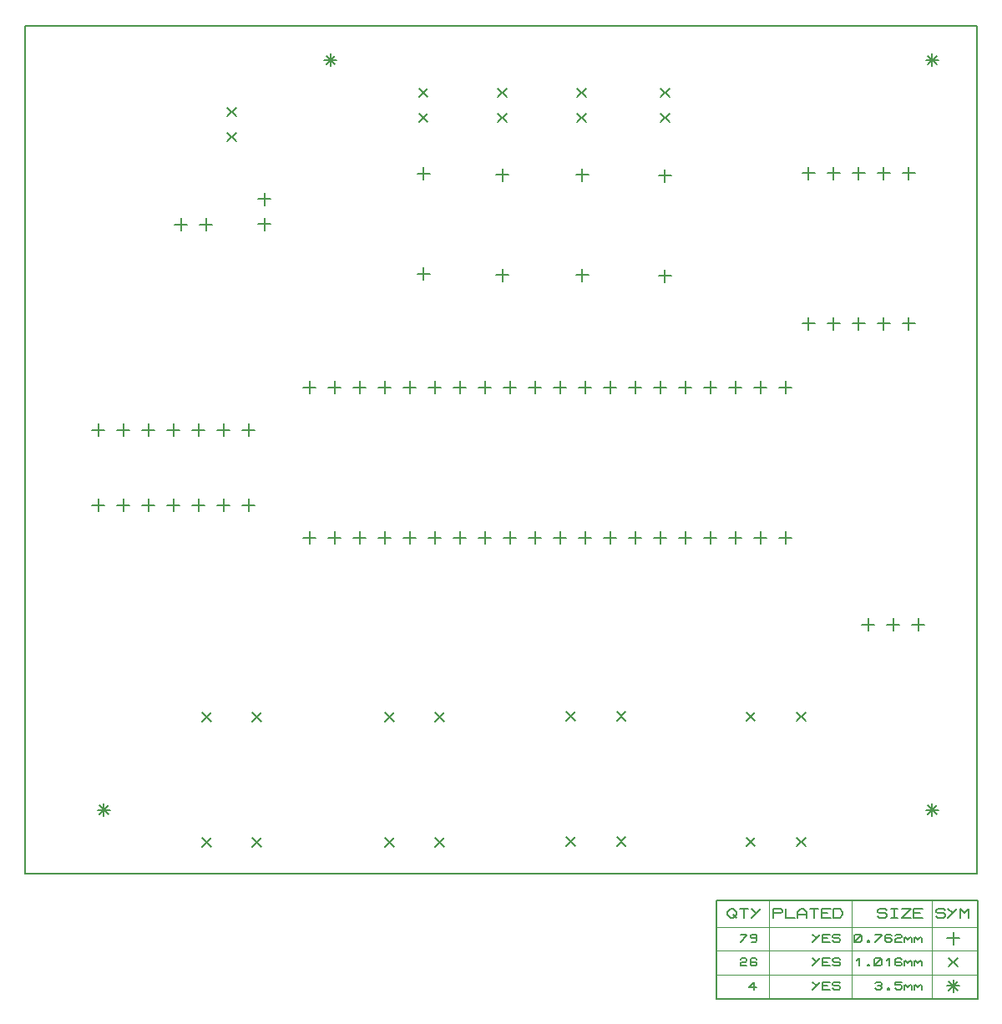
<source format=gbr>
G04 PROTEUS RS274X GERBER FILE*
%FSLAX45Y45*%
%MOMM*%
G01*
%ADD17C,0.203200*%
%ADD43C,0.127000*%
%ADD44C,0.063500*%
D17*
X-1989000Y+3520500D02*
X-1989000Y+3393500D01*
X-1925500Y+3457000D02*
X-2052500Y+3457000D01*
X-2243000Y+3520500D02*
X-2243000Y+3393500D01*
X-2179500Y+3457000D02*
X-2306500Y+3457000D01*
X-2497000Y+3520500D02*
X-2497000Y+3393500D01*
X-2433500Y+3457000D02*
X-2560500Y+3457000D01*
X-2751000Y+3520500D02*
X-2751000Y+3393500D01*
X-2687500Y+3457000D02*
X-2814500Y+3457000D01*
X-3005000Y+3520500D02*
X-3005000Y+3393500D01*
X-2941500Y+3457000D02*
X-3068500Y+3457000D01*
X-3259000Y+3520500D02*
X-3259000Y+3393500D01*
X-3195500Y+3457000D02*
X-3322500Y+3457000D01*
X-3513000Y+3520500D02*
X-3513000Y+3393500D01*
X-3449500Y+3457000D02*
X-3576500Y+3457000D01*
X-3767000Y+3520500D02*
X-3767000Y+3393500D01*
X-3703500Y+3457000D02*
X-3830500Y+3457000D01*
X-4021000Y+3520500D02*
X-4021000Y+3393500D01*
X-3957500Y+3457000D02*
X-4084500Y+3457000D01*
X-4275000Y+3520500D02*
X-4275000Y+3393500D01*
X-4211500Y+3457000D02*
X-4338500Y+3457000D01*
X-4529000Y+3520500D02*
X-4529000Y+3393500D01*
X-4465500Y+3457000D02*
X-4592500Y+3457000D01*
X-4783000Y+3520500D02*
X-4783000Y+3393500D01*
X-4719500Y+3457000D02*
X-4846500Y+3457000D01*
X-5037000Y+3520500D02*
X-5037000Y+3393500D01*
X-4973500Y+3457000D02*
X-5100500Y+3457000D01*
X-5291000Y+3520500D02*
X-5291000Y+3393500D01*
X-5227500Y+3457000D02*
X-5354500Y+3457000D01*
X-5545000Y+3520500D02*
X-5545000Y+3393500D01*
X-5481500Y+3457000D02*
X-5608500Y+3457000D01*
X-5799000Y+3520500D02*
X-5799000Y+3393500D01*
X-5735500Y+3457000D02*
X-5862500Y+3457000D01*
X-6053000Y+3520500D02*
X-6053000Y+3393500D01*
X-5989500Y+3457000D02*
X-6116500Y+3457000D01*
X-6307000Y+3520500D02*
X-6307000Y+3393500D01*
X-6243500Y+3457000D02*
X-6370500Y+3457000D01*
X-6561000Y+3520500D02*
X-6561000Y+3393500D01*
X-6497500Y+3457000D02*
X-6624500Y+3457000D01*
X-6815000Y+3520500D02*
X-6815000Y+3393500D01*
X-6751500Y+3457000D02*
X-6878500Y+3457000D01*
X-6815000Y+5044500D02*
X-6815000Y+4917500D01*
X-6751500Y+4981000D02*
X-6878500Y+4981000D01*
X-6561000Y+5044500D02*
X-6561000Y+4917500D01*
X-6497500Y+4981000D02*
X-6624500Y+4981000D01*
X-6307000Y+5044500D02*
X-6307000Y+4917500D01*
X-6243500Y+4981000D02*
X-6370500Y+4981000D01*
X-6053000Y+5044500D02*
X-6053000Y+4917500D01*
X-5989500Y+4981000D02*
X-6116500Y+4981000D01*
X-5799000Y+5044500D02*
X-5799000Y+4917500D01*
X-5735500Y+4981000D02*
X-5862500Y+4981000D01*
X-5545000Y+5044500D02*
X-5545000Y+4917500D01*
X-5481500Y+4981000D02*
X-5608500Y+4981000D01*
X-5291000Y+5044500D02*
X-5291000Y+4917500D01*
X-5227500Y+4981000D02*
X-5354500Y+4981000D01*
X-5037000Y+5044500D02*
X-5037000Y+4917500D01*
X-4973500Y+4981000D02*
X-5100500Y+4981000D01*
X-4783000Y+5044500D02*
X-4783000Y+4917500D01*
X-4719500Y+4981000D02*
X-4846500Y+4981000D01*
X-4529000Y+5044500D02*
X-4529000Y+4917500D01*
X-4465500Y+4981000D02*
X-4592500Y+4981000D01*
X-4275000Y+5044500D02*
X-4275000Y+4917500D01*
X-4211500Y+4981000D02*
X-4338500Y+4981000D01*
X-4021000Y+5044500D02*
X-4021000Y+4917500D01*
X-3957500Y+4981000D02*
X-4084500Y+4981000D01*
X-3767000Y+5044500D02*
X-3767000Y+4917500D01*
X-3703500Y+4981000D02*
X-3830500Y+4981000D01*
X-3513000Y+5044500D02*
X-3513000Y+4917500D01*
X-3449500Y+4981000D02*
X-3576500Y+4981000D01*
X-3259000Y+5044500D02*
X-3259000Y+4917500D01*
X-3195500Y+4981000D02*
X-3322500Y+4981000D01*
X-3005000Y+5044500D02*
X-3005000Y+4917500D01*
X-2941500Y+4981000D02*
X-3068500Y+4981000D01*
X-2751000Y+5044500D02*
X-2751000Y+4917500D01*
X-2687500Y+4981000D02*
X-2814500Y+4981000D01*
X-2497000Y+5044500D02*
X-2497000Y+4917500D01*
X-2433500Y+4981000D02*
X-2560500Y+4981000D01*
X-2243000Y+5044500D02*
X-2243000Y+4917500D01*
X-2179500Y+4981000D02*
X-2306500Y+4981000D01*
X-1989000Y+5044500D02*
X-1989000Y+4917500D01*
X-1925500Y+4981000D02*
X-2052500Y+4981000D01*
X-1500000Y+7216500D02*
X-1500000Y+7089500D01*
X-1436500Y+7153000D02*
X-1563500Y+7153000D01*
X-1754000Y+7216500D02*
X-1754000Y+7089500D01*
X-1690500Y+7153000D02*
X-1817500Y+7153000D01*
X-1500000Y+5692500D02*
X-1500000Y+5565500D01*
X-1436500Y+5629000D02*
X-1563500Y+5629000D01*
X-1246000Y+7216500D02*
X-1246000Y+7089500D01*
X-1182500Y+7153000D02*
X-1309500Y+7153000D01*
X-1246000Y+5692500D02*
X-1246000Y+5565500D01*
X-1182500Y+5629000D02*
X-1309500Y+5629000D01*
X-992000Y+5692500D02*
X-992000Y+5565500D01*
X-928500Y+5629000D02*
X-1055500Y+5629000D01*
X-1754000Y+5692500D02*
X-1754000Y+5565500D01*
X-1690500Y+5629000D02*
X-1817500Y+5629000D01*
X-738000Y+5692500D02*
X-738000Y+5565500D01*
X-674500Y+5629000D02*
X-801500Y+5629000D01*
X-738000Y+7216500D02*
X-738000Y+7089500D01*
X-674500Y+7153000D02*
X-801500Y+7153000D01*
X-992000Y+7216500D02*
X-992000Y+7089500D01*
X-928500Y+7153000D02*
X-1055500Y+7153000D01*
X-7431000Y+3854500D02*
X-7431000Y+3727500D01*
X-7367500Y+3791000D02*
X-7494500Y+3791000D01*
X-7685000Y+3854500D02*
X-7685000Y+3727500D01*
X-7621500Y+3791000D02*
X-7748500Y+3791000D01*
X-7939000Y+3854500D02*
X-7939000Y+3727500D01*
X-7875500Y+3791000D02*
X-8002500Y+3791000D01*
X-8193000Y+3854500D02*
X-8193000Y+3727500D01*
X-8129500Y+3791000D02*
X-8256500Y+3791000D01*
X-8447000Y+3854500D02*
X-8447000Y+3727500D01*
X-8383500Y+3791000D02*
X-8510500Y+3791000D01*
X-8701000Y+3854500D02*
X-8701000Y+3727500D01*
X-8637500Y+3791000D02*
X-8764500Y+3791000D01*
X-8955000Y+3854500D02*
X-8955000Y+3727500D01*
X-8891500Y+3791000D02*
X-9018500Y+3791000D01*
X-8955000Y+4616500D02*
X-8955000Y+4489500D01*
X-8891500Y+4553000D02*
X-9018500Y+4553000D01*
X-8701000Y+4616500D02*
X-8701000Y+4489500D01*
X-8637500Y+4553000D02*
X-8764500Y+4553000D01*
X-8447000Y+4616500D02*
X-8447000Y+4489500D01*
X-8383500Y+4553000D02*
X-8510500Y+4553000D01*
X-8193000Y+4616500D02*
X-8193000Y+4489500D01*
X-8129500Y+4553000D02*
X-8256500Y+4553000D01*
X-7939000Y+4616500D02*
X-7939000Y+4489500D01*
X-7875500Y+4553000D02*
X-8002500Y+4553000D01*
X-7685000Y+4616500D02*
X-7685000Y+4489500D01*
X-7621500Y+4553000D02*
X-7748500Y+4553000D01*
X-7431000Y+4616500D02*
X-7431000Y+4489500D01*
X-7367500Y+4553000D02*
X-7494500Y+4553000D01*
X-7559099Y+7820901D02*
X-7648901Y+7731099D01*
X-7559099Y+7731099D02*
X-7648901Y+7820901D01*
X-7559099Y+7566901D02*
X-7648901Y+7477099D01*
X-7559099Y+7477099D02*
X-7648901Y+7566901D01*
X-1785099Y+1689901D02*
X-1874901Y+1600099D01*
X-1785099Y+1600099D02*
X-1874901Y+1689901D01*
X-2295099Y+1689901D02*
X-2384901Y+1600099D01*
X-2295099Y+1600099D02*
X-2384901Y+1689901D01*
X-1785099Y+419901D02*
X-1874901Y+330099D01*
X-1785099Y+330099D02*
X-1874901Y+419901D01*
X-2295099Y+419901D02*
X-2384901Y+330099D01*
X-2295099Y+330099D02*
X-2384901Y+419901D01*
X-3608099Y+1691901D02*
X-3697901Y+1602099D01*
X-3608099Y+1602099D02*
X-3697901Y+1691901D01*
X-4118099Y+1691901D02*
X-4207901Y+1602099D01*
X-4118099Y+1602099D02*
X-4207901Y+1691901D01*
X-3608099Y+421901D02*
X-3697901Y+332099D01*
X-3608099Y+332099D02*
X-3697901Y+421901D01*
X-4118099Y+421901D02*
X-4207901Y+332099D01*
X-4118099Y+332099D02*
X-4207901Y+421901D01*
X-5447099Y+1685901D02*
X-5536901Y+1596099D01*
X-5447099Y+1596099D02*
X-5536901Y+1685901D01*
X-5957099Y+1685901D02*
X-6046901Y+1596099D01*
X-5957099Y+1596099D02*
X-6046901Y+1685901D01*
X-5447099Y+415901D02*
X-5536901Y+326099D01*
X-5447099Y+326099D02*
X-5536901Y+415901D01*
X-5957099Y+415901D02*
X-6046901Y+326099D01*
X-5957099Y+326099D02*
X-6046901Y+415901D01*
X-7303099Y+1684901D02*
X-7392901Y+1595099D01*
X-7303099Y+1595099D02*
X-7392901Y+1684901D01*
X-7813099Y+1684901D02*
X-7902901Y+1595099D01*
X-7813099Y+1595099D02*
X-7902901Y+1684901D01*
X-7303099Y+414901D02*
X-7392901Y+325099D01*
X-7303099Y+325099D02*
X-7392901Y+414901D01*
X-7813099Y+414901D02*
X-7902901Y+325099D01*
X-7813099Y+325099D02*
X-7902901Y+414901D01*
X-1151000Y+2641500D02*
X-1151000Y+2514500D01*
X-1087500Y+2578000D02*
X-1214500Y+2578000D01*
X-897000Y+2641500D02*
X-897000Y+2514500D01*
X-833500Y+2578000D02*
X-960500Y+2578000D01*
X-643000Y+2641500D02*
X-643000Y+2514500D01*
X-579500Y+2578000D02*
X-706500Y+2578000D01*
X-4010099Y+7760901D02*
X-4099901Y+7671099D01*
X-4010099Y+7671099D02*
X-4099901Y+7760901D01*
X-4010099Y+8014901D02*
X-4099901Y+7925099D01*
X-4010099Y+7925099D02*
X-4099901Y+8014901D01*
X-4049000Y+7202500D02*
X-4049000Y+7075500D01*
X-3985500Y+7139000D02*
X-4112500Y+7139000D01*
X-4049000Y+6186500D02*
X-4049000Y+6059500D01*
X-3985500Y+6123000D02*
X-4112500Y+6123000D01*
X-4812099Y+7760901D02*
X-4901901Y+7671099D01*
X-4812099Y+7671099D02*
X-4901901Y+7760901D01*
X-4812099Y+8014901D02*
X-4901901Y+7925099D01*
X-4812099Y+7925099D02*
X-4901901Y+8014901D01*
X-4858000Y+7202500D02*
X-4858000Y+7075500D01*
X-4794500Y+7139000D02*
X-4921500Y+7139000D01*
X-4858000Y+6186500D02*
X-4858000Y+6059500D01*
X-4794500Y+6123000D02*
X-4921500Y+6123000D01*
X-3163099Y+7760901D02*
X-3252901Y+7671099D01*
X-3163099Y+7671099D02*
X-3252901Y+7760901D01*
X-3163099Y+8014901D02*
X-3252901Y+7925099D01*
X-3163099Y+7925099D02*
X-3252901Y+8014901D01*
X-3209000Y+7192500D02*
X-3209000Y+7065500D01*
X-3145500Y+7129000D02*
X-3272500Y+7129000D01*
X-3209000Y+6176500D02*
X-3209000Y+6049500D01*
X-3145500Y+6113000D02*
X-3272500Y+6113000D01*
X-5613099Y+7759901D02*
X-5702901Y+7670099D01*
X-5613099Y+7670099D02*
X-5702901Y+7759901D01*
X-5613099Y+8013901D02*
X-5702901Y+7924099D01*
X-5613099Y+7924099D02*
X-5702901Y+8013901D01*
X-5657000Y+7212500D02*
X-5657000Y+7085500D01*
X-5593500Y+7149000D02*
X-5720500Y+7149000D01*
X-5657000Y+6196500D02*
X-5657000Y+6069500D01*
X-5593500Y+6133000D02*
X-5720500Y+6133000D01*
X-500000Y+8363500D02*
X-500000Y+8236500D01*
X-436500Y+8300000D02*
X-563500Y+8300000D01*
X-455099Y+8344901D02*
X-544901Y+8255099D01*
X-455099Y+8255099D02*
X-544901Y+8344901D01*
X-6600000Y+8363500D02*
X-6600000Y+8236500D01*
X-6536500Y+8300000D02*
X-6663500Y+8300000D01*
X-6555099Y+8344901D02*
X-6644901Y+8255099D01*
X-6555099Y+8255099D02*
X-6644901Y+8344901D01*
X-8116000Y+6698500D02*
X-8116000Y+6571500D01*
X-8052500Y+6635000D02*
X-8179500Y+6635000D01*
X-7862000Y+6698500D02*
X-7862000Y+6571500D01*
X-7798500Y+6635000D02*
X-7925500Y+6635000D01*
X-7272000Y+6954500D02*
X-7272000Y+6827500D01*
X-7208500Y+6891000D02*
X-7335500Y+6891000D01*
X-7272000Y+6700500D02*
X-7272000Y+6573500D01*
X-7208500Y+6637000D02*
X-7335500Y+6637000D01*
X-500000Y+763500D02*
X-500000Y+636500D01*
X-436500Y+700000D02*
X-563500Y+700000D01*
X-455099Y+744901D02*
X-544901Y+655099D01*
X-455099Y+655099D02*
X-544901Y+744901D01*
X-8900000Y+763500D02*
X-8900000Y+636500D01*
X-8836500Y+700000D02*
X-8963500Y+700000D01*
X-8855099Y+744901D02*
X-8944901Y+655099D01*
X-8855099Y+655099D02*
X-8944901Y+744901D01*
X-9700000Y+50000D02*
X-50000Y+50000D01*
X-50000Y+8650000D01*
X-9700000Y+8650000D01*
X-9700000Y+50000D01*
D43*
X-2683980Y-1217460D02*
X-39840Y-1217460D01*
X-39840Y-214160D01*
X-2683980Y-214160D01*
X-2683980Y-1217460D01*
D44*
X-507202Y-214160D02*
X-507202Y-1217460D01*
X-1320002Y-214160D02*
X-1320002Y-1217460D01*
X-2153122Y-214160D02*
X-2153122Y-1217460D01*
X-39840Y-487210D02*
X-2683980Y-487210D01*
X-39840Y-728510D02*
X-2683980Y-728510D01*
X-39840Y-969810D02*
X-2683980Y-969810D01*
D43*
X-462750Y-377990D02*
X-447510Y-393230D01*
X-386550Y-393230D01*
X-371310Y-377990D01*
X-371310Y-362750D01*
X-386550Y-347510D01*
X-447510Y-347510D01*
X-462750Y-332270D01*
X-462750Y-317030D01*
X-447510Y-301790D01*
X-386550Y-301790D01*
X-371310Y-317030D01*
X-249390Y-301790D02*
X-340830Y-393230D01*
X-340830Y-301790D02*
X-295110Y-347510D01*
X-218910Y-393230D02*
X-218910Y-301790D01*
X-173190Y-347510D01*
X-127470Y-301790D01*
X-127470Y-393230D01*
X-1052030Y-377990D02*
X-1036790Y-393230D01*
X-975830Y-393230D01*
X-960590Y-377990D01*
X-960590Y-362750D01*
X-975830Y-347510D01*
X-1036790Y-347510D01*
X-1052030Y-332270D01*
X-1052030Y-317030D01*
X-1036790Y-301790D01*
X-975830Y-301790D01*
X-960590Y-317030D01*
X-914870Y-301790D02*
X-853910Y-301790D01*
X-884390Y-301790D02*
X-884390Y-393230D01*
X-914870Y-393230D02*
X-853910Y-393230D01*
X-808190Y-301790D02*
X-716750Y-301790D01*
X-808190Y-393230D01*
X-716750Y-393230D01*
X-594830Y-393230D02*
X-686270Y-393230D01*
X-686270Y-301790D01*
X-594830Y-301790D01*
X-686270Y-347510D02*
X-625310Y-347510D01*
X-2108670Y-393230D02*
X-2108670Y-301790D01*
X-2032470Y-301790D01*
X-2017230Y-317030D01*
X-2017230Y-332270D01*
X-2032470Y-347510D01*
X-2108670Y-347510D01*
X-1986750Y-301790D02*
X-1986750Y-393230D01*
X-1895310Y-393230D01*
X-1864830Y-393230D02*
X-1864830Y-332270D01*
X-1834350Y-301790D01*
X-1803870Y-301790D01*
X-1773390Y-332270D01*
X-1773390Y-393230D01*
X-1864830Y-362750D02*
X-1773390Y-362750D01*
X-1742910Y-301790D02*
X-1651470Y-301790D01*
X-1697190Y-301790D02*
X-1697190Y-393230D01*
X-1529550Y-393230D02*
X-1620990Y-393230D01*
X-1620990Y-301790D01*
X-1529550Y-301790D01*
X-1620990Y-347510D02*
X-1560030Y-347510D01*
X-1499070Y-393230D02*
X-1499070Y-301790D01*
X-1438110Y-301790D01*
X-1407630Y-332270D01*
X-1407630Y-362750D01*
X-1438110Y-393230D01*
X-1499070Y-393230D01*
X-2576030Y-332270D02*
X-2545550Y-301790D01*
X-2515070Y-301790D01*
X-2484590Y-332270D01*
X-2484590Y-362750D01*
X-2515070Y-393230D01*
X-2545550Y-393230D01*
X-2576030Y-362750D01*
X-2576030Y-332270D01*
X-2515070Y-362750D02*
X-2484590Y-393230D01*
X-2454110Y-301790D02*
X-2362670Y-301790D01*
X-2408390Y-301790D02*
X-2408390Y-393230D01*
X-2240750Y-301790D02*
X-2332190Y-393230D01*
X-2332190Y-301790D02*
X-2286470Y-347510D01*
D17*
X-286220Y-538010D02*
X-286220Y-665010D01*
X-222720Y-601510D02*
X-349720Y-601510D01*
D43*
X-1294600Y-626910D02*
X-1294600Y-576110D01*
X-1281900Y-563410D01*
X-1231100Y-563410D01*
X-1218400Y-576110D01*
X-1218400Y-626910D01*
X-1231100Y-639610D01*
X-1281900Y-639610D01*
X-1294600Y-626910D01*
X-1294600Y-639610D02*
X-1218400Y-563410D01*
X-1154900Y-626910D02*
X-1142200Y-626910D01*
X-1142200Y-639610D01*
X-1154900Y-639610D01*
X-1154900Y-626910D01*
X-1078700Y-563410D02*
X-1015200Y-563410D01*
X-1015200Y-576110D01*
X-1078700Y-639610D01*
X-913600Y-576110D02*
X-926300Y-563410D01*
X-964400Y-563410D01*
X-977100Y-576110D01*
X-977100Y-626910D01*
X-964400Y-639610D01*
X-926300Y-639610D01*
X-913600Y-626910D01*
X-913600Y-614210D01*
X-926300Y-601510D01*
X-977100Y-601510D01*
X-875500Y-576110D02*
X-862800Y-563410D01*
X-824700Y-563410D01*
X-812000Y-576110D01*
X-812000Y-588810D01*
X-824700Y-601510D01*
X-862800Y-601510D01*
X-875500Y-614210D01*
X-875500Y-639610D01*
X-812000Y-639610D01*
X-786600Y-639610D02*
X-786600Y-588810D01*
X-786600Y-601510D02*
X-773900Y-588810D01*
X-748500Y-614210D01*
X-723100Y-588810D01*
X-710400Y-601510D01*
X-710400Y-639610D01*
X-685000Y-639610D02*
X-685000Y-588810D01*
X-685000Y-601510D02*
X-672300Y-588810D01*
X-646900Y-614210D01*
X-621500Y-588810D01*
X-608800Y-601510D01*
X-608800Y-639610D01*
X-1637500Y-563410D02*
X-1713700Y-639610D01*
X-1713700Y-563410D02*
X-1675600Y-601510D01*
X-1535900Y-639610D02*
X-1612100Y-639610D01*
X-1612100Y-563410D01*
X-1535900Y-563410D01*
X-1612100Y-601510D02*
X-1561300Y-601510D01*
X-1510500Y-626910D02*
X-1497800Y-639610D01*
X-1447000Y-639610D01*
X-1434300Y-626910D01*
X-1434300Y-614210D01*
X-1447000Y-601510D01*
X-1497800Y-601510D01*
X-1510500Y-588810D01*
X-1510500Y-576110D01*
X-1497800Y-563410D01*
X-1447000Y-563410D01*
X-1434300Y-576110D01*
X-2445220Y-563410D02*
X-2381720Y-563410D01*
X-2381720Y-576110D01*
X-2445220Y-639610D01*
X-2280120Y-588810D02*
X-2292820Y-601510D01*
X-2330920Y-601510D01*
X-2343620Y-588810D01*
X-2343620Y-576110D01*
X-2330920Y-563410D01*
X-2292820Y-563410D01*
X-2280120Y-576110D01*
X-2280120Y-626910D01*
X-2292820Y-639610D01*
X-2330920Y-639610D01*
D17*
X-241319Y-797909D02*
X-331121Y-887711D01*
X-241319Y-887711D02*
X-331121Y-797909D01*
D43*
X-1269200Y-830110D02*
X-1243800Y-804710D01*
X-1243800Y-880910D01*
X-1154900Y-868210D02*
X-1142200Y-868210D01*
X-1142200Y-880910D01*
X-1154900Y-880910D01*
X-1154900Y-868210D01*
X-1091400Y-868210D02*
X-1091400Y-817410D01*
X-1078700Y-804710D01*
X-1027900Y-804710D01*
X-1015200Y-817410D01*
X-1015200Y-868210D01*
X-1027900Y-880910D01*
X-1078700Y-880910D01*
X-1091400Y-868210D01*
X-1091400Y-880910D02*
X-1015200Y-804710D01*
X-964400Y-830110D02*
X-939000Y-804710D01*
X-939000Y-880910D01*
X-812000Y-817410D02*
X-824700Y-804710D01*
X-862800Y-804710D01*
X-875500Y-817410D01*
X-875500Y-868210D01*
X-862800Y-880910D01*
X-824700Y-880910D01*
X-812000Y-868210D01*
X-812000Y-855510D01*
X-824700Y-842810D01*
X-875500Y-842810D01*
X-786600Y-880910D02*
X-786600Y-830110D01*
X-786600Y-842810D02*
X-773900Y-830110D01*
X-748500Y-855510D01*
X-723100Y-830110D01*
X-710400Y-842810D01*
X-710400Y-880910D01*
X-685000Y-880910D02*
X-685000Y-830110D01*
X-685000Y-842810D02*
X-672300Y-830110D01*
X-646900Y-855510D01*
X-621500Y-830110D01*
X-608800Y-842810D01*
X-608800Y-880910D01*
X-1637500Y-804710D02*
X-1713700Y-880910D01*
X-1713700Y-804710D02*
X-1675600Y-842810D01*
X-1535900Y-880910D02*
X-1612100Y-880910D01*
X-1612100Y-804710D01*
X-1535900Y-804710D01*
X-1612100Y-842810D02*
X-1561300Y-842810D01*
X-1510500Y-868210D02*
X-1497800Y-880910D01*
X-1447000Y-880910D01*
X-1434300Y-868210D01*
X-1434300Y-855510D01*
X-1447000Y-842810D01*
X-1497800Y-842810D01*
X-1510500Y-830110D01*
X-1510500Y-817410D01*
X-1497800Y-804710D01*
X-1447000Y-804710D01*
X-1434300Y-817410D01*
X-2445220Y-817410D02*
X-2432520Y-804710D01*
X-2394420Y-804710D01*
X-2381720Y-817410D01*
X-2381720Y-830110D01*
X-2394420Y-842810D01*
X-2432520Y-842810D01*
X-2445220Y-855510D01*
X-2445220Y-880910D01*
X-2381720Y-880910D01*
X-2280120Y-817410D02*
X-2292820Y-804710D01*
X-2330920Y-804710D01*
X-2343620Y-817410D01*
X-2343620Y-868210D01*
X-2330920Y-880910D01*
X-2292820Y-880910D01*
X-2280120Y-868210D01*
X-2280120Y-855510D01*
X-2292820Y-842810D01*
X-2343620Y-842810D01*
D17*
X-286220Y-1020610D02*
X-286220Y-1147610D01*
X-222720Y-1084110D02*
X-349720Y-1084110D01*
X-241319Y-1039209D02*
X-331121Y-1129011D01*
X-241319Y-1129011D02*
X-331121Y-1039209D01*
D43*
X-1078700Y-1058710D02*
X-1066000Y-1046010D01*
X-1027900Y-1046010D01*
X-1015200Y-1058710D01*
X-1015200Y-1071410D01*
X-1027900Y-1084110D01*
X-1015200Y-1096810D01*
X-1015200Y-1109510D01*
X-1027900Y-1122210D01*
X-1066000Y-1122210D01*
X-1078700Y-1109510D01*
X-1053300Y-1084110D02*
X-1027900Y-1084110D01*
X-951700Y-1109510D02*
X-939000Y-1109510D01*
X-939000Y-1122210D01*
X-951700Y-1122210D01*
X-951700Y-1109510D01*
X-812000Y-1046010D02*
X-875500Y-1046010D01*
X-875500Y-1071410D01*
X-824700Y-1071410D01*
X-812000Y-1084110D01*
X-812000Y-1109510D01*
X-824700Y-1122210D01*
X-862800Y-1122210D01*
X-875500Y-1109510D01*
X-786600Y-1122210D02*
X-786600Y-1071410D01*
X-786600Y-1084110D02*
X-773900Y-1071410D01*
X-748500Y-1096810D01*
X-723100Y-1071410D01*
X-710400Y-1084110D01*
X-710400Y-1122210D01*
X-685000Y-1122210D02*
X-685000Y-1071410D01*
X-685000Y-1084110D02*
X-672300Y-1071410D01*
X-646900Y-1096810D01*
X-621500Y-1071410D01*
X-608800Y-1084110D01*
X-608800Y-1122210D01*
X-1637500Y-1046010D02*
X-1713700Y-1122210D01*
X-1713700Y-1046010D02*
X-1675600Y-1084110D01*
X-1535900Y-1122210D02*
X-1612100Y-1122210D01*
X-1612100Y-1046010D01*
X-1535900Y-1046010D01*
X-1612100Y-1084110D02*
X-1561300Y-1084110D01*
X-1510500Y-1109510D02*
X-1497800Y-1122210D01*
X-1447000Y-1122210D01*
X-1434300Y-1109510D01*
X-1434300Y-1096810D01*
X-1447000Y-1084110D01*
X-1497800Y-1084110D01*
X-1510500Y-1071410D01*
X-1510500Y-1058710D01*
X-1497800Y-1046010D01*
X-1447000Y-1046010D01*
X-1434300Y-1058710D01*
X-2280120Y-1096810D02*
X-2356320Y-1096810D01*
X-2305520Y-1046010D01*
X-2305520Y-1122210D01*
M02*

</source>
